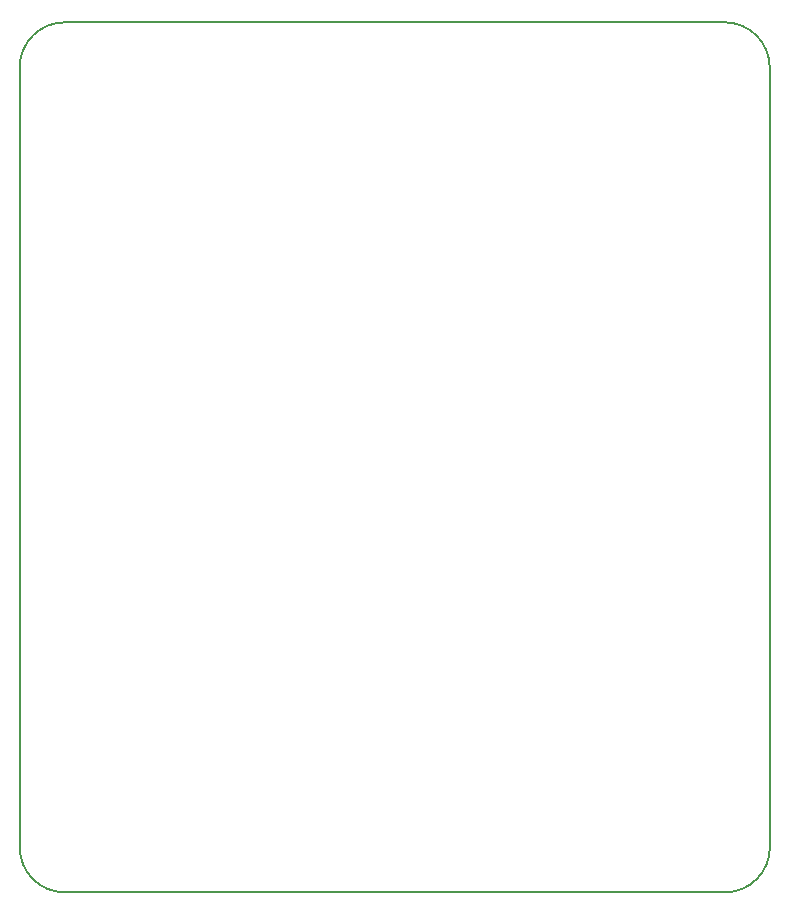
<source format=gm1>
G04 #@! TF.GenerationSoftware,KiCad,Pcbnew,5.0.1-33cea8e~68~ubuntu18.04.1*
G04 #@! TF.CreationDate,2018-11-18T16:32:13-03:00*
G04 #@! TF.ProjectId,proto-h750,70726F746F2D683735302E6B69636164,rev?*
G04 #@! TF.SameCoordinates,Original*
G04 #@! TF.FileFunction,Profile,NP*
%FSLAX46Y46*%
G04 Gerber Fmt 4.6, Leading zero omitted, Abs format (unit mm)*
G04 Created by KiCad (PCBNEW 5.0.1-33cea8e~68~ubuntu18.04.1) date dom 18 nov 2018 16:32:13 -03*
%MOMM*%
%LPD*%
G01*
G04 APERTURE LIST*
%ADD10C,0.150000*%
G04 APERTURE END LIST*
D10*
X102866393Y-115570000D02*
X158750000Y-115570000D01*
X102870000Y-115570000D02*
G75*
G02X99060000Y-111760000I0J3810000D01*
G01*
X162577780Y-111760000D02*
G75*
G02X158767780Y-115570000I-3810000J0D01*
G01*
X99060000Y-45720000D02*
G75*
G02X102870000Y-41910000I3810000J0D01*
G01*
X158750000Y-41910000D02*
G75*
G02X162560000Y-45720000I0J-3810000D01*
G01*
X99060000Y-45720000D02*
X99060000Y-111760000D01*
X158750000Y-41910000D02*
X102870000Y-41910000D01*
X162577780Y-111760000D02*
X162577780Y-45720000D01*
M02*

</source>
